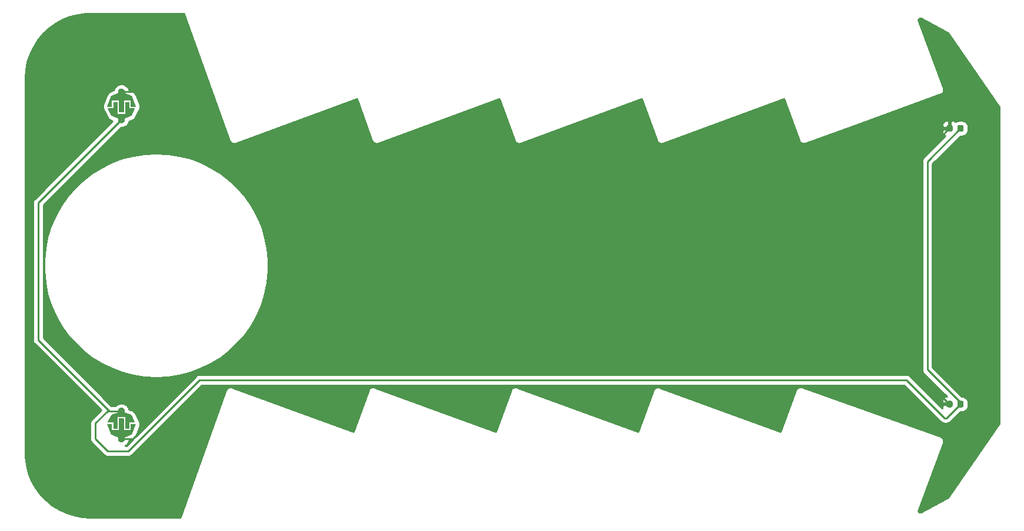
<source format=gbr>
%TF.GenerationSoftware,KiCad,Pcbnew,(5.1.8)-1*%
%TF.CreationDate,2023-04-23T23:39:47+09:00*%
%TF.ProjectId,face,66616365-2e6b-4696-9361-645f70636258,rev?*%
%TF.SameCoordinates,Original*%
%TF.FileFunction,Copper,L2,Bot*%
%TF.FilePolarity,Positive*%
%FSLAX46Y46*%
G04 Gerber Fmt 4.6, Leading zero omitted, Abs format (unit mm)*
G04 Created by KiCad (PCBNEW (5.1.8)-1) date 2023-04-23 23:39:47*
%MOMM*%
%LPD*%
G01*
G04 APERTURE LIST*
%TA.AperFunction,SMDPad,CuDef*%
%ADD10C,0.100000*%
%TD*%
%TA.AperFunction,ViaPad*%
%ADD11C,2.400000*%
%TD*%
%TA.AperFunction,Conductor*%
%ADD12C,0.250000*%
%TD*%
%TA.AperFunction,Conductor*%
%ADD13C,0.254000*%
%TD*%
%TA.AperFunction,Conductor*%
%ADD14C,0.100000*%
%TD*%
G04 APERTURE END LIST*
%TO.P,D1,2*%
%TO.N,VCC*%
%TA.AperFunction,SMDPad,CuDef*%
G36*
G01*
X201350000Y-78506250D02*
X201350000Y-77993750D01*
G75*
G02*
X201568750Y-77775000I218750J0D01*
G01*
X202006250Y-77775000D01*
G75*
G02*
X202225000Y-77993750I0J-218750D01*
G01*
X202225000Y-78506250D01*
G75*
G02*
X202006250Y-78725000I-218750J0D01*
G01*
X201568750Y-78725000D01*
G75*
G02*
X201350000Y-78506250I0J218750D01*
G01*
G37*
%TD.AperFunction*%
%TO.P,D1,1*%
%TO.N,GND*%
%TA.AperFunction,SMDPad,CuDef*%
G36*
G01*
X199775000Y-78506250D02*
X199775000Y-77993750D01*
G75*
G02*
X199993750Y-77775000I218750J0D01*
G01*
X200431250Y-77775000D01*
G75*
G02*
X200650000Y-77993750I0J-218750D01*
G01*
X200650000Y-78506250D01*
G75*
G02*
X200431250Y-78725000I-218750J0D01*
G01*
X199993750Y-78725000D01*
G75*
G02*
X199775000Y-78506250I0J218750D01*
G01*
G37*
%TD.AperFunction*%
%TD*%
%TO.P,D2,1*%
%TO.N,GND*%
%TA.AperFunction,SMDPad,CuDef*%
G36*
G01*
X199775000Y-118256250D02*
X199775000Y-117743750D01*
G75*
G02*
X199993750Y-117525000I218750J0D01*
G01*
X200431250Y-117525000D01*
G75*
G02*
X200650000Y-117743750I0J-218750D01*
G01*
X200650000Y-118256250D01*
G75*
G02*
X200431250Y-118475000I-218750J0D01*
G01*
X199993750Y-118475000D01*
G75*
G02*
X199775000Y-118256250I0J218750D01*
G01*
G37*
%TD.AperFunction*%
%TO.P,D2,2*%
%TO.N,VCC*%
%TA.AperFunction,SMDPad,CuDef*%
G36*
G01*
X201350000Y-118256250D02*
X201350000Y-117743750D01*
G75*
G02*
X201568750Y-117525000I218750J0D01*
G01*
X202006250Y-117525000D01*
G75*
G02*
X202225000Y-117743750I0J-218750D01*
G01*
X202225000Y-118256250D01*
G75*
G02*
X202006250Y-118475000I-218750J0D01*
G01*
X201568750Y-118475000D01*
G75*
G02*
X201350000Y-118256250I0J218750D01*
G01*
G37*
%TD.AperFunction*%
%TD*%
%TA.AperFunction,SMDPad,CuDef*%
D10*
%TO.P,J1,2*%
%TO.N,GND*%
G36*
X78950961Y-75090245D02*
G01*
X78953576Y-75081430D01*
X79553576Y-73581430D01*
X79558091Y-73572730D01*
X79564216Y-73565078D01*
X79571717Y-73558768D01*
X79580304Y-73554043D01*
X80523568Y-73149787D01*
X80514984Y-73121490D01*
X80505412Y-73073365D01*
X80500602Y-73024534D01*
X80500602Y-72975466D01*
X80505412Y-72926635D01*
X80514984Y-72878510D01*
X80529228Y-72831555D01*
X80548005Y-72786222D01*
X80571136Y-72742949D01*
X80598396Y-72702150D01*
X80629524Y-72664221D01*
X80664221Y-72629524D01*
X80702150Y-72598396D01*
X80742949Y-72571136D01*
X80786222Y-72548005D01*
X80831555Y-72529228D01*
X80878510Y-72514984D01*
X80926635Y-72505412D01*
X80975466Y-72500602D01*
X81024534Y-72500602D01*
X81073365Y-72505412D01*
X81121490Y-72514984D01*
X81168445Y-72529228D01*
X81213778Y-72548005D01*
X81257051Y-72571136D01*
X81297850Y-72598396D01*
X81335779Y-72629524D01*
X81370476Y-72664221D01*
X81401604Y-72702150D01*
X81428864Y-72742949D01*
X81451995Y-72786222D01*
X81470772Y-72831555D01*
X81485016Y-72878510D01*
X81494588Y-72926635D01*
X81499398Y-72975466D01*
X81499398Y-73024534D01*
X81494588Y-73073365D01*
X81485016Y-73121490D01*
X81476432Y-73149787D01*
X82419696Y-73554043D01*
X82428283Y-73558768D01*
X82435784Y-73565078D01*
X82441909Y-73572730D01*
X82446424Y-73581430D01*
X83046424Y-75081430D01*
X83049155Y-75090844D01*
X83049996Y-75100610D01*
X83048917Y-75110352D01*
X83045957Y-75119696D01*
X83041232Y-75128283D01*
X83034922Y-75135784D01*
X83027270Y-75141909D01*
X83018570Y-75146424D01*
X83009156Y-75149155D01*
X83000000Y-75150000D01*
X82400000Y-75150000D01*
X82390245Y-75149039D01*
X82380866Y-75146194D01*
X82372221Y-75141573D01*
X82364645Y-75135355D01*
X82358427Y-75127779D01*
X82353806Y-75119134D01*
X82350961Y-75109755D01*
X82350000Y-75100000D01*
X82350000Y-74250000D01*
X81350000Y-74250000D01*
X81350000Y-75900000D01*
X81349039Y-75909755D01*
X81346194Y-75919134D01*
X81341573Y-75927779D01*
X81335355Y-75935355D01*
X81327779Y-75941573D01*
X81319134Y-75946194D01*
X81309755Y-75949039D01*
X81300000Y-75950000D01*
X80700000Y-75950000D01*
X80690245Y-75949039D01*
X80680866Y-75946194D01*
X80672221Y-75941573D01*
X80664645Y-75935355D01*
X80658427Y-75927779D01*
X80653806Y-75919134D01*
X80650961Y-75909755D01*
X80650000Y-75900000D01*
X80650000Y-74250000D01*
X79650000Y-74250000D01*
X79650000Y-75100000D01*
X79649039Y-75109755D01*
X79646194Y-75119134D01*
X79641573Y-75127779D01*
X79635355Y-75135355D01*
X79627779Y-75141573D01*
X79619134Y-75146194D01*
X79609755Y-75149039D01*
X79600000Y-75150000D01*
X79000000Y-75150000D01*
X78990245Y-75149039D01*
X78980866Y-75146194D01*
X78972221Y-75141573D01*
X78964645Y-75135355D01*
X78958427Y-75127779D01*
X78953806Y-75119134D01*
X78950961Y-75109755D01*
X78950000Y-75100000D01*
X78950961Y-75090245D01*
G37*
%TD.AperFunction*%
%TA.AperFunction,SMDPad,CuDef*%
%TO.P,J1,1*%
%TO.N,VCC*%
G36*
X79050393Y-75393746D02*
G01*
X79052566Y-75384189D01*
X79056562Y-75375238D01*
X79062227Y-75367240D01*
X79069344Y-75360500D01*
X79077639Y-75355279D01*
X79086794Y-75351776D01*
X79100000Y-75350000D01*
X79850000Y-75350000D01*
X79850000Y-74500000D01*
X79850961Y-74490245D01*
X79853806Y-74480866D01*
X79858427Y-74472221D01*
X79864645Y-74464645D01*
X79872221Y-74458427D01*
X79880866Y-74453806D01*
X79890245Y-74450961D01*
X79900000Y-74450000D01*
X80400000Y-74450000D01*
X80409755Y-74450961D01*
X80419134Y-74453806D01*
X80427779Y-74458427D01*
X80435355Y-74464645D01*
X80441573Y-74472221D01*
X80446194Y-74480866D01*
X80449039Y-74490245D01*
X80450000Y-74500000D01*
X80450000Y-76150000D01*
X81550000Y-76150000D01*
X81550000Y-74500000D01*
X81550961Y-74490245D01*
X81553806Y-74480866D01*
X81558427Y-74472221D01*
X81564645Y-74464645D01*
X81572221Y-74458427D01*
X81580866Y-74453806D01*
X81590245Y-74450961D01*
X81600000Y-74450000D01*
X82100000Y-74450000D01*
X82109755Y-74450961D01*
X82119134Y-74453806D01*
X82127779Y-74458427D01*
X82135355Y-74464645D01*
X82141573Y-74472221D01*
X82146194Y-74480866D01*
X82149039Y-74490245D01*
X82150000Y-74500000D01*
X82150000Y-75350000D01*
X82900000Y-75350000D01*
X82909755Y-75350961D01*
X82919134Y-75353806D01*
X82927779Y-75358427D01*
X82935355Y-75364645D01*
X82941573Y-75372221D01*
X82946194Y-75380866D01*
X82949039Y-75390245D01*
X82950000Y-75400000D01*
X82949039Y-75409755D01*
X82944721Y-75422361D01*
X82444721Y-76422361D01*
X82439500Y-76430656D01*
X82432760Y-76437773D01*
X82424762Y-76443438D01*
X82419696Y-76445957D01*
X81476432Y-76850213D01*
X81485016Y-76878510D01*
X81494588Y-76926635D01*
X81499398Y-76975466D01*
X81499398Y-77024534D01*
X81494588Y-77073365D01*
X81485016Y-77121490D01*
X81470772Y-77168445D01*
X81451995Y-77213778D01*
X81428864Y-77257051D01*
X81401604Y-77297850D01*
X81370476Y-77335779D01*
X81335779Y-77370476D01*
X81297850Y-77401604D01*
X81257051Y-77428864D01*
X81213778Y-77451995D01*
X81168445Y-77470772D01*
X81121490Y-77485016D01*
X81073365Y-77494588D01*
X81024534Y-77499398D01*
X80975466Y-77499398D01*
X80926635Y-77494588D01*
X80878510Y-77485016D01*
X80831555Y-77470772D01*
X80786222Y-77451995D01*
X80742949Y-77428864D01*
X80702150Y-77401604D01*
X80664221Y-77370476D01*
X80629524Y-77335779D01*
X80598396Y-77297850D01*
X80571136Y-77257051D01*
X80548005Y-77213778D01*
X80529228Y-77168445D01*
X80514984Y-77121490D01*
X80505412Y-77073365D01*
X80500602Y-77024534D01*
X80500602Y-76975466D01*
X80505412Y-76926635D01*
X80514984Y-76878510D01*
X80523568Y-76850213D01*
X79580304Y-76445957D01*
X79571717Y-76441232D01*
X79564216Y-76434922D01*
X79558091Y-76427270D01*
X79555279Y-76422361D01*
X79055279Y-75422361D01*
X79051776Y-75413206D01*
X79050126Y-75403544D01*
X79050393Y-75393746D01*
G37*
%TD.AperFunction*%
%TD*%
%TA.AperFunction,SMDPad,CuDef*%
%TO.P,J2,1*%
%TO.N,VCC*%
G36*
X82949607Y-120606254D02*
G01*
X82947434Y-120615811D01*
X82943438Y-120624762D01*
X82937773Y-120632760D01*
X82930656Y-120639500D01*
X82922361Y-120644721D01*
X82913206Y-120648224D01*
X82900000Y-120650000D01*
X82150000Y-120650000D01*
X82150000Y-121500000D01*
X82149039Y-121509755D01*
X82146194Y-121519134D01*
X82141573Y-121527779D01*
X82135355Y-121535355D01*
X82127779Y-121541573D01*
X82119134Y-121546194D01*
X82109755Y-121549039D01*
X82100000Y-121550000D01*
X81600000Y-121550000D01*
X81590245Y-121549039D01*
X81580866Y-121546194D01*
X81572221Y-121541573D01*
X81564645Y-121535355D01*
X81558427Y-121527779D01*
X81553806Y-121519134D01*
X81550961Y-121509755D01*
X81550000Y-121500000D01*
X81550000Y-119850000D01*
X80450000Y-119850000D01*
X80450000Y-121500000D01*
X80449039Y-121509755D01*
X80446194Y-121519134D01*
X80441573Y-121527779D01*
X80435355Y-121535355D01*
X80427779Y-121541573D01*
X80419134Y-121546194D01*
X80409755Y-121549039D01*
X80400000Y-121550000D01*
X79900000Y-121550000D01*
X79890245Y-121549039D01*
X79880866Y-121546194D01*
X79872221Y-121541573D01*
X79864645Y-121535355D01*
X79858427Y-121527779D01*
X79853806Y-121519134D01*
X79850961Y-121509755D01*
X79850000Y-121500000D01*
X79850000Y-120650000D01*
X79100000Y-120650000D01*
X79090245Y-120649039D01*
X79080866Y-120646194D01*
X79072221Y-120641573D01*
X79064645Y-120635355D01*
X79058427Y-120627779D01*
X79053806Y-120619134D01*
X79050961Y-120609755D01*
X79050000Y-120600000D01*
X79050961Y-120590245D01*
X79055279Y-120577639D01*
X79555279Y-119577639D01*
X79560500Y-119569344D01*
X79567240Y-119562227D01*
X79575238Y-119556562D01*
X79580304Y-119554043D01*
X80523568Y-119149787D01*
X80514984Y-119121490D01*
X80505412Y-119073365D01*
X80500602Y-119024534D01*
X80500602Y-118975466D01*
X80505412Y-118926635D01*
X80514984Y-118878510D01*
X80529228Y-118831555D01*
X80548005Y-118786222D01*
X80571136Y-118742949D01*
X80598396Y-118702150D01*
X80629524Y-118664221D01*
X80664221Y-118629524D01*
X80702150Y-118598396D01*
X80742949Y-118571136D01*
X80786222Y-118548005D01*
X80831555Y-118529228D01*
X80878510Y-118514984D01*
X80926635Y-118505412D01*
X80975466Y-118500602D01*
X81024534Y-118500602D01*
X81073365Y-118505412D01*
X81121490Y-118514984D01*
X81168445Y-118529228D01*
X81213778Y-118548005D01*
X81257051Y-118571136D01*
X81297850Y-118598396D01*
X81335779Y-118629524D01*
X81370476Y-118664221D01*
X81401604Y-118702150D01*
X81428864Y-118742949D01*
X81451995Y-118786222D01*
X81470772Y-118831555D01*
X81485016Y-118878510D01*
X81494588Y-118926635D01*
X81499398Y-118975466D01*
X81499398Y-119024534D01*
X81494588Y-119073365D01*
X81485016Y-119121490D01*
X81476432Y-119149787D01*
X82419696Y-119554043D01*
X82428283Y-119558768D01*
X82435784Y-119565078D01*
X82441909Y-119572730D01*
X82444721Y-119577639D01*
X82944721Y-120577639D01*
X82948224Y-120586794D01*
X82949874Y-120596456D01*
X82949607Y-120606254D01*
G37*
%TD.AperFunction*%
%TA.AperFunction,SMDPad,CuDef*%
%TO.P,J2,2*%
%TO.N,GND*%
G36*
X83049039Y-120909755D02*
G01*
X83046424Y-120918570D01*
X82446424Y-122418570D01*
X82441909Y-122427270D01*
X82435784Y-122434922D01*
X82428283Y-122441232D01*
X82419696Y-122445957D01*
X81476432Y-122850213D01*
X81485016Y-122878510D01*
X81494588Y-122926635D01*
X81499398Y-122975466D01*
X81499398Y-123024534D01*
X81494588Y-123073365D01*
X81485016Y-123121490D01*
X81470772Y-123168445D01*
X81451995Y-123213778D01*
X81428864Y-123257051D01*
X81401604Y-123297850D01*
X81370476Y-123335779D01*
X81335779Y-123370476D01*
X81297850Y-123401604D01*
X81257051Y-123428864D01*
X81213778Y-123451995D01*
X81168445Y-123470772D01*
X81121490Y-123485016D01*
X81073365Y-123494588D01*
X81024534Y-123499398D01*
X80975466Y-123499398D01*
X80926635Y-123494588D01*
X80878510Y-123485016D01*
X80831555Y-123470772D01*
X80786222Y-123451995D01*
X80742949Y-123428864D01*
X80702150Y-123401604D01*
X80664221Y-123370476D01*
X80629524Y-123335779D01*
X80598396Y-123297850D01*
X80571136Y-123257051D01*
X80548005Y-123213778D01*
X80529228Y-123168445D01*
X80514984Y-123121490D01*
X80505412Y-123073365D01*
X80500602Y-123024534D01*
X80500602Y-122975466D01*
X80505412Y-122926635D01*
X80514984Y-122878510D01*
X80523568Y-122850213D01*
X79580304Y-122445957D01*
X79571717Y-122441232D01*
X79564216Y-122434922D01*
X79558091Y-122427270D01*
X79553576Y-122418570D01*
X78953576Y-120918570D01*
X78950845Y-120909156D01*
X78950004Y-120899390D01*
X78951083Y-120889648D01*
X78954043Y-120880304D01*
X78958768Y-120871717D01*
X78965078Y-120864216D01*
X78972730Y-120858091D01*
X78981430Y-120853576D01*
X78990844Y-120850845D01*
X79000000Y-120850000D01*
X79600000Y-120850000D01*
X79609755Y-120850961D01*
X79619134Y-120853806D01*
X79627779Y-120858427D01*
X79635355Y-120864645D01*
X79641573Y-120872221D01*
X79646194Y-120880866D01*
X79649039Y-120890245D01*
X79650000Y-120900000D01*
X79650000Y-121750000D01*
X80650000Y-121750000D01*
X80650000Y-120100000D01*
X80650961Y-120090245D01*
X80653806Y-120080866D01*
X80658427Y-120072221D01*
X80664645Y-120064645D01*
X80672221Y-120058427D01*
X80680866Y-120053806D01*
X80690245Y-120050961D01*
X80700000Y-120050000D01*
X81300000Y-120050000D01*
X81309755Y-120050961D01*
X81319134Y-120053806D01*
X81327779Y-120058427D01*
X81335355Y-120064645D01*
X81341573Y-120072221D01*
X81346194Y-120080866D01*
X81349039Y-120090245D01*
X81350000Y-120100000D01*
X81350000Y-121750000D01*
X82350000Y-121750000D01*
X82350000Y-120900000D01*
X82350961Y-120890245D01*
X82353806Y-120880866D01*
X82358427Y-120872221D01*
X82364645Y-120864645D01*
X82372221Y-120858427D01*
X82380866Y-120853806D01*
X82390245Y-120850961D01*
X82400000Y-120850000D01*
X83000000Y-120850000D01*
X83009755Y-120850961D01*
X83019134Y-120853806D01*
X83027779Y-120858427D01*
X83035355Y-120864645D01*
X83041573Y-120872221D01*
X83046194Y-120880866D01*
X83049039Y-120890245D01*
X83050000Y-120900000D01*
X83049039Y-120909755D01*
G37*
%TD.AperFunction*%
%TD*%
D11*
%TO.N,GND*%
X72500000Y-67000000D03*
X72500000Y-129000000D03*
X202000000Y-75000000D03*
X202000000Y-121000000D03*
%TD*%
D12*
%TO.N,VCC*%
X81000000Y-119000000D02*
X79250000Y-119000000D01*
X79250000Y-119000000D02*
X69000000Y-108750000D01*
X69000000Y-89000000D02*
X81000000Y-77000000D01*
X69000000Y-108750000D02*
X69000000Y-89000000D01*
X201787500Y-118000000D02*
X201787500Y-117787500D01*
X201787500Y-117787500D02*
X197000000Y-113000000D01*
X197000000Y-83037500D02*
X201787500Y-78250000D01*
X197000000Y-113000000D02*
X197000000Y-83037500D01*
X79250000Y-119000000D02*
X79000000Y-119000000D01*
X79000000Y-119000000D02*
X77250000Y-120750000D01*
X77250000Y-120750000D02*
X77250000Y-123000000D01*
X77250000Y-123000000D02*
X79000000Y-124750000D01*
X79000000Y-124750000D02*
X82000000Y-124750000D01*
X82000000Y-124750000D02*
X92250000Y-114500000D01*
X92250000Y-114500000D02*
X194000000Y-114500000D01*
X194000000Y-114500000D02*
X199500000Y-120000000D01*
X199787500Y-120000000D02*
X201787500Y-118000000D01*
X199500000Y-120000000D02*
X199787500Y-120000000D01*
%TO.N,GND*%
X82633260Y-123000000D02*
X91883260Y-113750000D01*
X81000000Y-123000000D02*
X82633260Y-123000000D01*
X195962500Y-113750000D02*
X200212500Y-118000000D01*
X81000000Y-73000000D02*
X86750000Y-73000000D01*
X86750000Y-73000000D02*
X96250000Y-82500000D01*
X195962500Y-82500000D02*
X200212500Y-78250000D01*
X96250000Y-82500000D02*
X195962500Y-82500000D01*
X195962500Y-113537500D02*
X195750000Y-113750000D01*
X195750000Y-113750000D02*
X195962500Y-113750000D01*
X195962500Y-82500000D02*
X195962500Y-113537500D01*
X91883260Y-113750000D02*
X195750000Y-113750000D01*
%TD*%
D13*
%TO.N,GND*%
X89865424Y-61669580D02*
X89928356Y-61688580D01*
X89986405Y-61719445D01*
X90024576Y-61750577D01*
X96568655Y-79994675D01*
X96577458Y-80028617D01*
X96604619Y-80084827D01*
X96631429Y-80141398D01*
X96632930Y-80143419D01*
X96634021Y-80145676D01*
X96671608Y-80195484D01*
X96708958Y-80245760D01*
X96710824Y-80247448D01*
X96712335Y-80249451D01*
X96758970Y-80291017D01*
X96805356Y-80332992D01*
X96807512Y-80334282D01*
X96809388Y-80335954D01*
X96863269Y-80367642D01*
X96916921Y-80399742D01*
X96919288Y-80400587D01*
X96921453Y-80401860D01*
X96980512Y-80422438D01*
X97039365Y-80443444D01*
X97041847Y-80443810D01*
X97044223Y-80444638D01*
X97106130Y-80453294D01*
X97167980Y-80462419D01*
X97170493Y-80462294D01*
X97172978Y-80462641D01*
X97235315Y-80459058D01*
X97297827Y-80455938D01*
X97300266Y-80455325D01*
X97302772Y-80455181D01*
X97363209Y-80439506D01*
X97423915Y-80424249D01*
X97455613Y-80409226D01*
X114906802Y-74000600D01*
X117068801Y-79995237D01*
X117077458Y-80028617D01*
X117104820Y-80085244D01*
X117132022Y-80142384D01*
X117133182Y-80143940D01*
X117134021Y-80145676D01*
X117171926Y-80195905D01*
X117209732Y-80246611D01*
X117211171Y-80247909D01*
X117212335Y-80249451D01*
X117259376Y-80291379D01*
X117306281Y-80333676D01*
X117307944Y-80334667D01*
X117309388Y-80335954D01*
X117363759Y-80367930D01*
X117417962Y-80400232D01*
X117419785Y-80400879D01*
X117421453Y-80401860D01*
X117481040Y-80422623D01*
X117540481Y-80443722D01*
X117542395Y-80444001D01*
X117544223Y-80444638D01*
X117606723Y-80453377D01*
X117669130Y-80462473D01*
X117671063Y-80462373D01*
X117672978Y-80462641D01*
X117735934Y-80459023D01*
X117798965Y-80455767D01*
X117800841Y-80455292D01*
X117802772Y-80455181D01*
X117863803Y-80439352D01*
X117924998Y-80423859D01*
X117956146Y-80409030D01*
X135406802Y-74000600D01*
X137568801Y-79995237D01*
X137577458Y-80028617D01*
X137604820Y-80085244D01*
X137632022Y-80142384D01*
X137633182Y-80143940D01*
X137634021Y-80145676D01*
X137671926Y-80195905D01*
X137709732Y-80246611D01*
X137711171Y-80247909D01*
X137712335Y-80249451D01*
X137759376Y-80291379D01*
X137806281Y-80333676D01*
X137807944Y-80334667D01*
X137809388Y-80335954D01*
X137863759Y-80367930D01*
X137917962Y-80400232D01*
X137919785Y-80400879D01*
X137921453Y-80401860D01*
X137981040Y-80422623D01*
X138040481Y-80443722D01*
X138042395Y-80444001D01*
X138044223Y-80444638D01*
X138106723Y-80453377D01*
X138169130Y-80462473D01*
X138171063Y-80462373D01*
X138172978Y-80462641D01*
X138235934Y-80459023D01*
X138298965Y-80455767D01*
X138300841Y-80455292D01*
X138302772Y-80455181D01*
X138363803Y-80439352D01*
X138424998Y-80423859D01*
X138456146Y-80409030D01*
X155906802Y-74000600D01*
X158068801Y-79995237D01*
X158077458Y-80028617D01*
X158104820Y-80085244D01*
X158132022Y-80142384D01*
X158133182Y-80143940D01*
X158134021Y-80145676D01*
X158171926Y-80195905D01*
X158209732Y-80246611D01*
X158211171Y-80247909D01*
X158212335Y-80249451D01*
X158259376Y-80291379D01*
X158306281Y-80333676D01*
X158307944Y-80334667D01*
X158309388Y-80335954D01*
X158363759Y-80367930D01*
X158417962Y-80400232D01*
X158419785Y-80400879D01*
X158421453Y-80401860D01*
X158481040Y-80422623D01*
X158540481Y-80443722D01*
X158542395Y-80444001D01*
X158544223Y-80444638D01*
X158606723Y-80453377D01*
X158669130Y-80462473D01*
X158671063Y-80462373D01*
X158672978Y-80462641D01*
X158735934Y-80459023D01*
X158798965Y-80455767D01*
X158800841Y-80455292D01*
X158802772Y-80455181D01*
X158863803Y-80439352D01*
X158924998Y-80423859D01*
X158956146Y-80409030D01*
X176406802Y-74000600D01*
X178568490Y-79994376D01*
X178576829Y-80026898D01*
X178604398Y-80084357D01*
X178632022Y-80142384D01*
X178632632Y-80143202D01*
X178633069Y-80144113D01*
X178671334Y-80195110D01*
X178709732Y-80246611D01*
X178710488Y-80247293D01*
X178711096Y-80248103D01*
X178758686Y-80290756D01*
X178806281Y-80333676D01*
X178807153Y-80334196D01*
X178807910Y-80334874D01*
X178863005Y-80367481D01*
X178917962Y-80400232D01*
X178918919Y-80400572D01*
X178919793Y-80401089D01*
X178980137Y-80422302D01*
X179040481Y-80443722D01*
X179041487Y-80443869D01*
X179042444Y-80444205D01*
X179105746Y-80453235D01*
X179169130Y-80462473D01*
X179170145Y-80462421D01*
X179171150Y-80462564D01*
X179234999Y-80459071D01*
X179298965Y-80455767D01*
X179299951Y-80455517D01*
X179300963Y-80455462D01*
X179362979Y-80439560D01*
X179424998Y-80423859D01*
X179455317Y-80409425D01*
X186690711Y-77775000D01*
X199136928Y-77775000D01*
X199140000Y-77964250D01*
X199298750Y-78123000D01*
X200085500Y-78123000D01*
X200085500Y-77298750D01*
X199926750Y-77140000D01*
X199775000Y-77136928D01*
X199650518Y-77149188D01*
X199530820Y-77185498D01*
X199420506Y-77244463D01*
X199323815Y-77323815D01*
X199244463Y-77420506D01*
X199185498Y-77530820D01*
X199149188Y-77650518D01*
X199136928Y-77775000D01*
X186690711Y-77775000D01*
X198896560Y-73330820D01*
X198929306Y-73322288D01*
X198986274Y-73294683D01*
X199044113Y-73266932D01*
X199045151Y-73266153D01*
X199046303Y-73265595D01*
X199096835Y-73227373D01*
X199148103Y-73188905D01*
X199148968Y-73187940D01*
X199149990Y-73187167D01*
X199192187Y-73139718D01*
X199234873Y-73092091D01*
X199235531Y-73090980D01*
X199236386Y-73090018D01*
X199268565Y-73035162D01*
X199301089Y-72980208D01*
X199301518Y-72978989D01*
X199302168Y-72977880D01*
X199323045Y-72917752D01*
X199344205Y-72857557D01*
X199344387Y-72856281D01*
X199344810Y-72855063D01*
X199353576Y-72791860D01*
X199362564Y-72728851D01*
X199362494Y-72727566D01*
X199362671Y-72726288D01*
X199358938Y-72662567D01*
X199355462Y-72599037D01*
X199355143Y-72597791D01*
X199355067Y-72596502D01*
X199338937Y-72534590D01*
X199323170Y-72473102D01*
X199308530Y-72442590D01*
X195689390Y-62621009D01*
X195702555Y-62577405D01*
X195732034Y-62521962D01*
X195771715Y-62473309D01*
X195820098Y-62433282D01*
X195875327Y-62403420D01*
X195935313Y-62384851D01*
X195997749Y-62378289D01*
X196060285Y-62383980D01*
X196131502Y-62404940D01*
X200045657Y-64505219D01*
X207340000Y-75203591D01*
X207340001Y-120796408D01*
X200045657Y-131494781D01*
X196138089Y-133591526D01*
X196071072Y-133613771D01*
X196008772Y-133621599D01*
X195946140Y-133617179D01*
X195885557Y-133600676D01*
X195829336Y-133572721D01*
X195779614Y-133534379D01*
X195738288Y-133487110D01*
X195706928Y-133432712D01*
X195689020Y-133379995D01*
X199309453Y-123554908D01*
X199324979Y-123521867D01*
X199339656Y-123462649D01*
X199355067Y-123403498D01*
X199355299Y-123399532D01*
X199356255Y-123395676D01*
X199359099Y-123334684D01*
X199362671Y-123273712D01*
X199362125Y-123269776D01*
X199362310Y-123265809D01*
X199353204Y-123205453D01*
X199344810Y-123144937D01*
X199343506Y-123141182D01*
X199342914Y-123137256D01*
X199322191Y-123079790D01*
X199302168Y-123022120D01*
X199300160Y-123018697D01*
X199298811Y-123014956D01*
X199267253Y-122962601D01*
X199236386Y-122909982D01*
X199233749Y-122907016D01*
X199231696Y-122903611D01*
X199190509Y-122858395D01*
X199149990Y-122812833D01*
X199146828Y-122810442D01*
X199144148Y-122807499D01*
X199094916Y-122771176D01*
X199046303Y-122734405D01*
X199042735Y-122732676D01*
X199039532Y-122730313D01*
X198984145Y-122704285D01*
X198929306Y-122677712D01*
X198893983Y-122668509D01*
X178952911Y-115589429D01*
X178924998Y-115576141D01*
X178891812Y-115567739D01*
X178890248Y-115567184D01*
X178860358Y-115559776D01*
X178798965Y-115544233D01*
X178797297Y-115544147D01*
X178795676Y-115543745D01*
X178732370Y-115540793D01*
X178669130Y-115537527D01*
X178667478Y-115537768D01*
X178665810Y-115537690D01*
X178603210Y-115547135D01*
X178540481Y-115556278D01*
X178538905Y-115556837D01*
X178537257Y-115557086D01*
X178477694Y-115578565D01*
X178417962Y-115599768D01*
X178416528Y-115600622D01*
X178414957Y-115601189D01*
X178360721Y-115633880D01*
X178306281Y-115666324D01*
X178305039Y-115667444D01*
X178303612Y-115668304D01*
X178256839Y-115710909D01*
X178209732Y-115753389D01*
X178208733Y-115754729D01*
X178207500Y-115755852D01*
X178169987Y-115806696D01*
X178132022Y-115857616D01*
X178131301Y-115859130D01*
X178130314Y-115860468D01*
X178103489Y-115917553D01*
X178090142Y-115945589D01*
X178089574Y-115947164D01*
X178075021Y-115978133D01*
X178067587Y-116008129D01*
X175906802Y-121999400D01*
X158456146Y-115590970D01*
X158424998Y-115576141D01*
X158363803Y-115560648D01*
X158302772Y-115544819D01*
X158300841Y-115544708D01*
X158298965Y-115544233D01*
X158235934Y-115540977D01*
X158172978Y-115537359D01*
X158171063Y-115537627D01*
X158169130Y-115537527D01*
X158106723Y-115546623D01*
X158044223Y-115555362D01*
X158042395Y-115555999D01*
X158040481Y-115556278D01*
X157981040Y-115577377D01*
X157921453Y-115598140D01*
X157919785Y-115599121D01*
X157917962Y-115599768D01*
X157863759Y-115632070D01*
X157809388Y-115664046D01*
X157807944Y-115665333D01*
X157806281Y-115666324D01*
X157759376Y-115708621D01*
X157712335Y-115750549D01*
X157711171Y-115752091D01*
X157709732Y-115753389D01*
X157671926Y-115804095D01*
X157634021Y-115854324D01*
X157633182Y-115856060D01*
X157632022Y-115857616D01*
X157604820Y-115914756D01*
X157577458Y-115971383D01*
X157568801Y-116004763D01*
X155406802Y-121999400D01*
X137956146Y-115590970D01*
X137924998Y-115576141D01*
X137863803Y-115560648D01*
X137802772Y-115544819D01*
X137800841Y-115544708D01*
X137798965Y-115544233D01*
X137735934Y-115540977D01*
X137672978Y-115537359D01*
X137671063Y-115537627D01*
X137669130Y-115537527D01*
X137606723Y-115546623D01*
X137544223Y-115555362D01*
X137542395Y-115555999D01*
X137540481Y-115556278D01*
X137481040Y-115577377D01*
X137421453Y-115598140D01*
X137419785Y-115599121D01*
X137417962Y-115599768D01*
X137363759Y-115632070D01*
X137309388Y-115664046D01*
X137307944Y-115665333D01*
X137306281Y-115666324D01*
X137259376Y-115708621D01*
X137212335Y-115750549D01*
X137211171Y-115752091D01*
X137209732Y-115753389D01*
X137171926Y-115804095D01*
X137134021Y-115854324D01*
X137133182Y-115856060D01*
X137132022Y-115857616D01*
X137104820Y-115914756D01*
X137077458Y-115971383D01*
X137068801Y-116004763D01*
X134906802Y-121999400D01*
X117456146Y-115590970D01*
X117424998Y-115576141D01*
X117363803Y-115560648D01*
X117302772Y-115544819D01*
X117300841Y-115544708D01*
X117298965Y-115544233D01*
X117235934Y-115540977D01*
X117172978Y-115537359D01*
X117171063Y-115537627D01*
X117169130Y-115537527D01*
X117106723Y-115546623D01*
X117044223Y-115555362D01*
X117042395Y-115555999D01*
X117040481Y-115556278D01*
X116981040Y-115577377D01*
X116921453Y-115598140D01*
X116919785Y-115599121D01*
X116917962Y-115599768D01*
X116863759Y-115632070D01*
X116809388Y-115664046D01*
X116807944Y-115665333D01*
X116806281Y-115666324D01*
X116759376Y-115708621D01*
X116712335Y-115750549D01*
X116711171Y-115752091D01*
X116709732Y-115753389D01*
X116671926Y-115804095D01*
X116634021Y-115854324D01*
X116633182Y-115856060D01*
X116632022Y-115857616D01*
X116604820Y-115914756D01*
X116577458Y-115971383D01*
X116568801Y-116004763D01*
X114406802Y-121999400D01*
X96955613Y-115590774D01*
X96923915Y-115575751D01*
X96863209Y-115560494D01*
X96802772Y-115544819D01*
X96800266Y-115544675D01*
X96797827Y-115544062D01*
X96735315Y-115540942D01*
X96672978Y-115537359D01*
X96670493Y-115537706D01*
X96667980Y-115537581D01*
X96606130Y-115546706D01*
X96544223Y-115555362D01*
X96541847Y-115556190D01*
X96539365Y-115556556D01*
X96480512Y-115577562D01*
X96421453Y-115598140D01*
X96419288Y-115599413D01*
X96416921Y-115600258D01*
X96363269Y-115632358D01*
X96309388Y-115664046D01*
X96307512Y-115665718D01*
X96305356Y-115667008D01*
X96258997Y-115708959D01*
X96212335Y-115750549D01*
X96210824Y-115752552D01*
X96208958Y-115754240D01*
X96171608Y-115804516D01*
X96134021Y-115854324D01*
X96132930Y-115856581D01*
X96131429Y-115858602D01*
X96104619Y-115915173D01*
X96077458Y-115971383D01*
X96068655Y-116005325D01*
X89523826Y-134251516D01*
X89472124Y-134289536D01*
X89412601Y-134317457D01*
X89340712Y-134335288D01*
X89276001Y-134340000D01*
X76520747Y-134340000D01*
X75329552Y-134265056D01*
X74177556Y-134045302D01*
X73062199Y-133682900D01*
X72001048Y-133183560D01*
X71010856Y-132555165D01*
X70107220Y-131807612D01*
X69304412Y-130952708D01*
X68615078Y-130003922D01*
X68050097Y-128976227D01*
X67618373Y-127885813D01*
X67326719Y-126749897D01*
X67178429Y-125576058D01*
X67160000Y-124989642D01*
X67160000Y-89000000D01*
X68236324Y-89000000D01*
X68240001Y-89037333D01*
X68240000Y-108712678D01*
X68236324Y-108750000D01*
X68240000Y-108787322D01*
X68240000Y-108787332D01*
X68250997Y-108898985D01*
X68294454Y-109042246D01*
X68365026Y-109174276D01*
X68404871Y-109222826D01*
X68459999Y-109290001D01*
X68489003Y-109313804D01*
X78050198Y-118875000D01*
X76739003Y-120186196D01*
X76709999Y-120209999D01*
X76654871Y-120277174D01*
X76615026Y-120325724D01*
X76551192Y-120445148D01*
X76544454Y-120457754D01*
X76500997Y-120601015D01*
X76490000Y-120712668D01*
X76490000Y-120712678D01*
X76486324Y-120750000D01*
X76490000Y-120787323D01*
X76490001Y-122962668D01*
X76486324Y-123000000D01*
X76490001Y-123037333D01*
X76500998Y-123148986D01*
X76510340Y-123179783D01*
X76544454Y-123292246D01*
X76615026Y-123424276D01*
X76675353Y-123497784D01*
X76710000Y-123540001D01*
X76738998Y-123563799D01*
X78436201Y-125261003D01*
X78459999Y-125290001D01*
X78575724Y-125384974D01*
X78707753Y-125455546D01*
X78851014Y-125499003D01*
X78962667Y-125510000D01*
X78962675Y-125510000D01*
X79000000Y-125513676D01*
X79037325Y-125510000D01*
X81962678Y-125510000D01*
X82000000Y-125513676D01*
X82037322Y-125510000D01*
X82037333Y-125510000D01*
X82148986Y-125499003D01*
X82292247Y-125455546D01*
X82424276Y-125384974D01*
X82540001Y-125290001D01*
X82563804Y-125260997D01*
X92564802Y-115260000D01*
X193685199Y-115260000D01*
X198936201Y-120511003D01*
X198959999Y-120540001D01*
X198988997Y-120563799D01*
X199075724Y-120634974D01*
X199207753Y-120705546D01*
X199351014Y-120749003D01*
X199500000Y-120763677D01*
X199537333Y-120760000D01*
X199750178Y-120760000D01*
X199787500Y-120763676D01*
X199824822Y-120760000D01*
X199824833Y-120760000D01*
X199936486Y-120749003D01*
X200079747Y-120705546D01*
X200211776Y-120634974D01*
X200327501Y-120540001D01*
X200351304Y-120510997D01*
X201749230Y-119113072D01*
X202006250Y-119113072D01*
X202173408Y-119096608D01*
X202334142Y-119047850D01*
X202482275Y-118968671D01*
X202612115Y-118862115D01*
X202718671Y-118732275D01*
X202797850Y-118584142D01*
X202846608Y-118423408D01*
X202863072Y-118256250D01*
X202863072Y-117743750D01*
X202846608Y-117576592D01*
X202797850Y-117415858D01*
X202718671Y-117267725D01*
X202612115Y-117137885D01*
X202482275Y-117031329D01*
X202334142Y-116952150D01*
X202173408Y-116903392D01*
X202006250Y-116886928D01*
X201961731Y-116886928D01*
X197760000Y-112685199D01*
X197760000Y-83352301D01*
X201749231Y-79363072D01*
X202006250Y-79363072D01*
X202173408Y-79346608D01*
X202334142Y-79297850D01*
X202482275Y-79218671D01*
X202612115Y-79112115D01*
X202718671Y-78982275D01*
X202797850Y-78834142D01*
X202846608Y-78673408D01*
X202863072Y-78506250D01*
X202863072Y-77993750D01*
X202846608Y-77826592D01*
X202797850Y-77665858D01*
X202718671Y-77517725D01*
X202612115Y-77387885D01*
X202482275Y-77281329D01*
X202334142Y-77202150D01*
X202173408Y-77153392D01*
X202006250Y-77136928D01*
X201568750Y-77136928D01*
X201401592Y-77153392D01*
X201240858Y-77202150D01*
X201092725Y-77281329D01*
X201071070Y-77299100D01*
X201004494Y-77244463D01*
X200894180Y-77185498D01*
X200774482Y-77149188D01*
X200650000Y-77136928D01*
X200498250Y-77140000D01*
X200339500Y-77298750D01*
X200339500Y-78123000D01*
X200359500Y-78123000D01*
X200359500Y-78377000D01*
X200339500Y-78377000D01*
X200339500Y-78397000D01*
X200085500Y-78397000D01*
X200085500Y-78377000D01*
X199298750Y-78377000D01*
X199140000Y-78535750D01*
X199136928Y-78725000D01*
X199149188Y-78849482D01*
X199185498Y-78969180D01*
X199244463Y-79079494D01*
X199323815Y-79176185D01*
X199420506Y-79255537D01*
X199530820Y-79314502D01*
X199620877Y-79341821D01*
X196488998Y-82473701D01*
X196460000Y-82497499D01*
X196436202Y-82526497D01*
X196436201Y-82526498D01*
X196365026Y-82613224D01*
X196294454Y-82745254D01*
X196250998Y-82888515D01*
X196236324Y-83037500D01*
X196240001Y-83074833D01*
X196240000Y-112962678D01*
X196236324Y-113000000D01*
X196240000Y-113037322D01*
X196240000Y-113037332D01*
X196250997Y-113148985D01*
X196294454Y-113292246D01*
X196365026Y-113424276D01*
X196404871Y-113472826D01*
X196459999Y-113540001D01*
X196489003Y-113563804D01*
X199812893Y-116887695D01*
X199775000Y-116886928D01*
X199650518Y-116899188D01*
X199530820Y-116935498D01*
X199420506Y-116994463D01*
X199323815Y-117073815D01*
X199244463Y-117170506D01*
X199185498Y-117280820D01*
X199149188Y-117400518D01*
X199136928Y-117525000D01*
X199140000Y-117714250D01*
X199298750Y-117873000D01*
X200085500Y-117873000D01*
X200085500Y-117853000D01*
X200339500Y-117853000D01*
X200339500Y-117873000D01*
X200359500Y-117873000D01*
X200359500Y-118127000D01*
X200339500Y-118127000D01*
X200339500Y-118147000D01*
X200085500Y-118147000D01*
X200085500Y-118127000D01*
X199298750Y-118127000D01*
X199140000Y-118285750D01*
X199136928Y-118475000D01*
X199146446Y-118571645D01*
X194563804Y-113989003D01*
X194540001Y-113959999D01*
X194424276Y-113865026D01*
X194292247Y-113794454D01*
X194148986Y-113750997D01*
X194037333Y-113740000D01*
X194037322Y-113740000D01*
X194000000Y-113736324D01*
X193962678Y-113740000D01*
X92287322Y-113740000D01*
X92249999Y-113736324D01*
X92212677Y-113740000D01*
X92212667Y-113740000D01*
X92101014Y-113750997D01*
X91957753Y-113794454D01*
X91825723Y-113865026D01*
X91742083Y-113933668D01*
X91709999Y-113959999D01*
X91686201Y-113988997D01*
X83051662Y-122623537D01*
X83638859Y-121155544D01*
X83658147Y-121100040D01*
X83660762Y-121091225D01*
X83684037Y-120972311D01*
X83684998Y-120962556D01*
X83684998Y-120837444D01*
X83684037Y-120827689D01*
X83659637Y-120705028D01*
X83656792Y-120695649D01*
X83608919Y-120580073D01*
X83604298Y-120571428D01*
X83582363Y-120538601D01*
X83578841Y-120489046D01*
X83577191Y-120479384D01*
X83544161Y-120358769D01*
X83540658Y-120349614D01*
X83515430Y-120292285D01*
X83015430Y-119292285D01*
X82998389Y-119260484D01*
X82995577Y-119255575D01*
X82940052Y-119173995D01*
X82933927Y-119166343D01*
X82846536Y-119076797D01*
X82839035Y-119070487D01*
X82735889Y-118999738D01*
X82727302Y-118995013D01*
X82671045Y-118967562D01*
X82102290Y-118723809D01*
X82067973Y-118610681D01*
X82030464Y-118520125D01*
X81971498Y-118409808D01*
X81917042Y-118328309D01*
X81837690Y-118231618D01*
X81768382Y-118162310D01*
X81671691Y-118082958D01*
X81590192Y-118028502D01*
X81479875Y-117969536D01*
X81389319Y-117932027D01*
X81269623Y-117895718D01*
X81173490Y-117876596D01*
X81049009Y-117864336D01*
X80950991Y-117864336D01*
X80826510Y-117876596D01*
X80730377Y-117895718D01*
X80610681Y-117932027D01*
X80520125Y-117969536D01*
X80409808Y-118028502D01*
X80328309Y-118082958D01*
X80231618Y-118162310D01*
X80162310Y-118231618D01*
X80155431Y-118240000D01*
X79564802Y-118240000D01*
X69760000Y-108435199D01*
X69760000Y-97180496D01*
X69840767Y-97180496D01*
X69840767Y-98819504D01*
X70006583Y-100450101D01*
X70336512Y-102055558D01*
X70827171Y-103619399D01*
X71473523Y-105125577D01*
X72268936Y-106558638D01*
X73205249Y-107903875D01*
X74272853Y-109147485D01*
X75460793Y-110276706D01*
X76756880Y-111279952D01*
X78147814Y-112146928D01*
X79619322Y-112868737D01*
X81156305Y-113437973D01*
X82742990Y-113848794D01*
X84363097Y-114096986D01*
X86000000Y-114180000D01*
X87636903Y-114096986D01*
X89257010Y-113848794D01*
X90843695Y-113437973D01*
X92380678Y-112868737D01*
X93852186Y-112146928D01*
X95243120Y-111279952D01*
X96539207Y-110276706D01*
X97727147Y-109147485D01*
X98794751Y-107903875D01*
X99731064Y-106558638D01*
X100526477Y-105125577D01*
X101172829Y-103619399D01*
X101663488Y-102055558D01*
X101993417Y-100450101D01*
X102159233Y-98819504D01*
X102159233Y-97180496D01*
X101993417Y-95549899D01*
X101663488Y-93944442D01*
X101172829Y-92380601D01*
X100526477Y-90874423D01*
X99731064Y-89441362D01*
X98794751Y-88096125D01*
X97727147Y-86852515D01*
X96539207Y-85723294D01*
X95243120Y-84720048D01*
X93852186Y-83853072D01*
X92380678Y-83131263D01*
X90843695Y-82562027D01*
X89257010Y-82151206D01*
X87636903Y-81903014D01*
X86000000Y-81820000D01*
X84363097Y-81903014D01*
X82742990Y-82151206D01*
X81156305Y-82562027D01*
X79619322Y-83131263D01*
X78147814Y-83853072D01*
X76756880Y-84720048D01*
X75460793Y-85723294D01*
X74272853Y-86852515D01*
X73205249Y-88096125D01*
X72268936Y-89441362D01*
X71473523Y-90874423D01*
X70827171Y-92380601D01*
X70336512Y-93944442D01*
X70006583Y-95549899D01*
X69840767Y-97180496D01*
X69760000Y-97180496D01*
X69760000Y-89314801D01*
X80940201Y-78134601D01*
X80950991Y-78135664D01*
X81049009Y-78135664D01*
X81173490Y-78123404D01*
X81269623Y-78104282D01*
X81389319Y-78067973D01*
X81479875Y-78030464D01*
X81590192Y-77971498D01*
X81671691Y-77917042D01*
X81768382Y-77837690D01*
X81837690Y-77768382D01*
X81917042Y-77671691D01*
X81971498Y-77590192D01*
X82030464Y-77479875D01*
X82067973Y-77389319D01*
X82102290Y-77276191D01*
X82671045Y-77032438D01*
X82703787Y-77017296D01*
X82708853Y-77014777D01*
X82793568Y-76964128D01*
X82801566Y-76958463D01*
X82896049Y-76876521D01*
X82902789Y-76869404D01*
X82979510Y-76770546D01*
X82984731Y-76762251D01*
X83015430Y-76707715D01*
X83515430Y-75707715D01*
X83548362Y-75629129D01*
X83552680Y-75616523D01*
X83584037Y-75472311D01*
X83584998Y-75462556D01*
X83584998Y-75458143D01*
X83600262Y-75435889D01*
X83604987Y-75427302D01*
X83654238Y-75312388D01*
X83657198Y-75303044D01*
X83683111Y-75180594D01*
X83684190Y-75170852D01*
X83685715Y-75045865D01*
X83684874Y-75036099D01*
X83661962Y-74913069D01*
X83659231Y-74903655D01*
X83638859Y-74844456D01*
X83038859Y-73344456D01*
X83012772Y-73287515D01*
X83008257Y-73278815D01*
X82940052Y-73173995D01*
X82933927Y-73166343D01*
X82846536Y-73076797D01*
X82839035Y-73070487D01*
X82735889Y-72999738D01*
X82727302Y-72995013D01*
X82671045Y-72967562D01*
X82102290Y-72723809D01*
X82067973Y-72610681D01*
X82030464Y-72520125D01*
X81971498Y-72409808D01*
X81917042Y-72328309D01*
X81837690Y-72231618D01*
X81768382Y-72162310D01*
X81671691Y-72082958D01*
X81590192Y-72028502D01*
X81479875Y-71969536D01*
X81389319Y-71932027D01*
X81269623Y-71895718D01*
X81173490Y-71876596D01*
X81049009Y-71864336D01*
X80950991Y-71864336D01*
X80826510Y-71876596D01*
X80730377Y-71895718D01*
X80610681Y-71932027D01*
X80520125Y-71969536D01*
X80409808Y-72028502D01*
X80328309Y-72082958D01*
X80231618Y-72162310D01*
X80162310Y-72231618D01*
X80082958Y-72328309D01*
X80028502Y-72409808D01*
X79969536Y-72520125D01*
X79932027Y-72610681D01*
X79897710Y-72723809D01*
X79328955Y-72967562D01*
X79272698Y-72995013D01*
X79264111Y-72999738D01*
X79160965Y-73070487D01*
X79153464Y-73076797D01*
X79066073Y-73166343D01*
X79059948Y-73173995D01*
X78991743Y-73278815D01*
X78987228Y-73287515D01*
X78961141Y-73344456D01*
X78361141Y-74844456D01*
X78341853Y-74899960D01*
X78339238Y-74908775D01*
X78315963Y-75027689D01*
X78315002Y-75037444D01*
X78315002Y-75162556D01*
X78315963Y-75172311D01*
X78340363Y-75294972D01*
X78343208Y-75304351D01*
X78391081Y-75419927D01*
X78395702Y-75428572D01*
X78417637Y-75461399D01*
X78421159Y-75510954D01*
X78422809Y-75520616D01*
X78455839Y-75641231D01*
X78459342Y-75650386D01*
X78484570Y-75707715D01*
X78984570Y-76707715D01*
X79001611Y-76739516D01*
X79004423Y-76744425D01*
X79059948Y-76826005D01*
X79066073Y-76833657D01*
X79153464Y-76923203D01*
X79160965Y-76929513D01*
X79264111Y-77000262D01*
X79272698Y-77004987D01*
X79328955Y-77032438D01*
X79723618Y-77201580D01*
X68488998Y-88436201D01*
X68460000Y-88459999D01*
X68436202Y-88488997D01*
X68436201Y-88488998D01*
X68365026Y-88575724D01*
X68294454Y-88707754D01*
X68250998Y-88851015D01*
X68236324Y-89000000D01*
X67160000Y-89000000D01*
X67160000Y-71020747D01*
X67234944Y-69829551D01*
X67454698Y-68677556D01*
X67817100Y-67562199D01*
X68316441Y-66501045D01*
X68944836Y-65510854D01*
X69692383Y-64607224D01*
X70547292Y-63804412D01*
X71496079Y-63115078D01*
X72523774Y-62550097D01*
X73614186Y-62118373D01*
X74750103Y-61826719D01*
X75923941Y-61678429D01*
X76510358Y-61660000D01*
X89767721Y-61660000D01*
X89865424Y-61669580D01*
%TA.AperFunction,Conductor*%
D14*
G36*
X89865424Y-61669580D02*
G01*
X89928356Y-61688580D01*
X89986405Y-61719445D01*
X90024576Y-61750577D01*
X96568655Y-79994675D01*
X96577458Y-80028617D01*
X96604619Y-80084827D01*
X96631429Y-80141398D01*
X96632930Y-80143419D01*
X96634021Y-80145676D01*
X96671608Y-80195484D01*
X96708958Y-80245760D01*
X96710824Y-80247448D01*
X96712335Y-80249451D01*
X96758970Y-80291017D01*
X96805356Y-80332992D01*
X96807512Y-80334282D01*
X96809388Y-80335954D01*
X96863269Y-80367642D01*
X96916921Y-80399742D01*
X96919288Y-80400587D01*
X96921453Y-80401860D01*
X96980512Y-80422438D01*
X97039365Y-80443444D01*
X97041847Y-80443810D01*
X97044223Y-80444638D01*
X97106130Y-80453294D01*
X97167980Y-80462419D01*
X97170493Y-80462294D01*
X97172978Y-80462641D01*
X97235315Y-80459058D01*
X97297827Y-80455938D01*
X97300266Y-80455325D01*
X97302772Y-80455181D01*
X97363209Y-80439506D01*
X97423915Y-80424249D01*
X97455613Y-80409226D01*
X114906802Y-74000600D01*
X117068801Y-79995237D01*
X117077458Y-80028617D01*
X117104820Y-80085244D01*
X117132022Y-80142384D01*
X117133182Y-80143940D01*
X117134021Y-80145676D01*
X117171926Y-80195905D01*
X117209732Y-80246611D01*
X117211171Y-80247909D01*
X117212335Y-80249451D01*
X117259376Y-80291379D01*
X117306281Y-80333676D01*
X117307944Y-80334667D01*
X117309388Y-80335954D01*
X117363759Y-80367930D01*
X117417962Y-80400232D01*
X117419785Y-80400879D01*
X117421453Y-80401860D01*
X117481040Y-80422623D01*
X117540481Y-80443722D01*
X117542395Y-80444001D01*
X117544223Y-80444638D01*
X117606723Y-80453377D01*
X117669130Y-80462473D01*
X117671063Y-80462373D01*
X117672978Y-80462641D01*
X117735934Y-80459023D01*
X117798965Y-80455767D01*
X117800841Y-80455292D01*
X117802772Y-80455181D01*
X117863803Y-80439352D01*
X117924998Y-80423859D01*
X117956146Y-80409030D01*
X135406802Y-74000600D01*
X137568801Y-79995237D01*
X137577458Y-80028617D01*
X137604820Y-80085244D01*
X137632022Y-80142384D01*
X137633182Y-80143940D01*
X137634021Y-80145676D01*
X137671926Y-80195905D01*
X137709732Y-80246611D01*
X137711171Y-80247909D01*
X137712335Y-80249451D01*
X137759376Y-80291379D01*
X137806281Y-80333676D01*
X137807944Y-80334667D01*
X137809388Y-80335954D01*
X137863759Y-80367930D01*
X137917962Y-80400232D01*
X137919785Y-80400879D01*
X137921453Y-80401860D01*
X137981040Y-80422623D01*
X138040481Y-80443722D01*
X138042395Y-80444001D01*
X138044223Y-80444638D01*
X138106723Y-80453377D01*
X138169130Y-80462473D01*
X138171063Y-80462373D01*
X138172978Y-80462641D01*
X138235934Y-80459023D01*
X138298965Y-80455767D01*
X138300841Y-80455292D01*
X138302772Y-80455181D01*
X138363803Y-80439352D01*
X138424998Y-80423859D01*
X138456146Y-80409030D01*
X155906802Y-74000600D01*
X158068801Y-79995237D01*
X158077458Y-80028617D01*
X158104820Y-80085244D01*
X158132022Y-80142384D01*
X158133182Y-80143940D01*
X158134021Y-80145676D01*
X158171926Y-80195905D01*
X158209732Y-80246611D01*
X158211171Y-80247909D01*
X158212335Y-80249451D01*
X158259376Y-80291379D01*
X158306281Y-80333676D01*
X158307944Y-80334667D01*
X158309388Y-80335954D01*
X158363759Y-80367930D01*
X158417962Y-80400232D01*
X158419785Y-80400879D01*
X158421453Y-80401860D01*
X158481040Y-80422623D01*
X158540481Y-80443722D01*
X158542395Y-80444001D01*
X158544223Y-80444638D01*
X158606723Y-80453377D01*
X158669130Y-80462473D01*
X158671063Y-80462373D01*
X158672978Y-80462641D01*
X158735934Y-80459023D01*
X158798965Y-80455767D01*
X158800841Y-80455292D01*
X158802772Y-80455181D01*
X158863803Y-80439352D01*
X158924998Y-80423859D01*
X158956146Y-80409030D01*
X176406802Y-74000600D01*
X178568490Y-79994376D01*
X178576829Y-80026898D01*
X178604398Y-80084357D01*
X178632022Y-80142384D01*
X178632632Y-80143202D01*
X178633069Y-80144113D01*
X178671334Y-80195110D01*
X178709732Y-80246611D01*
X178710488Y-80247293D01*
X178711096Y-80248103D01*
X178758686Y-80290756D01*
X178806281Y-80333676D01*
X178807153Y-80334196D01*
X178807910Y-80334874D01*
X178863005Y-80367481D01*
X178917962Y-80400232D01*
X178918919Y-80400572D01*
X178919793Y-80401089D01*
X178980137Y-80422302D01*
X179040481Y-80443722D01*
X179041487Y-80443869D01*
X179042444Y-80444205D01*
X179105746Y-80453235D01*
X179169130Y-80462473D01*
X179170145Y-80462421D01*
X179171150Y-80462564D01*
X179234999Y-80459071D01*
X179298965Y-80455767D01*
X179299951Y-80455517D01*
X179300963Y-80455462D01*
X179362979Y-80439560D01*
X179424998Y-80423859D01*
X179455317Y-80409425D01*
X186690711Y-77775000D01*
X199136928Y-77775000D01*
X199140000Y-77964250D01*
X199298750Y-78123000D01*
X200085500Y-78123000D01*
X200085500Y-77298750D01*
X199926750Y-77140000D01*
X199775000Y-77136928D01*
X199650518Y-77149188D01*
X199530820Y-77185498D01*
X199420506Y-77244463D01*
X199323815Y-77323815D01*
X199244463Y-77420506D01*
X199185498Y-77530820D01*
X199149188Y-77650518D01*
X199136928Y-77775000D01*
X186690711Y-77775000D01*
X198896560Y-73330820D01*
X198929306Y-73322288D01*
X198986274Y-73294683D01*
X199044113Y-73266932D01*
X199045151Y-73266153D01*
X199046303Y-73265595D01*
X199096835Y-73227373D01*
X199148103Y-73188905D01*
X199148968Y-73187940D01*
X199149990Y-73187167D01*
X199192187Y-73139718D01*
X199234873Y-73092091D01*
X199235531Y-73090980D01*
X199236386Y-73090018D01*
X199268565Y-73035162D01*
X199301089Y-72980208D01*
X199301518Y-72978989D01*
X199302168Y-72977880D01*
X199323045Y-72917752D01*
X199344205Y-72857557D01*
X199344387Y-72856281D01*
X199344810Y-72855063D01*
X199353576Y-72791860D01*
X199362564Y-72728851D01*
X199362494Y-72727566D01*
X199362671Y-72726288D01*
X199358938Y-72662567D01*
X199355462Y-72599037D01*
X199355143Y-72597791D01*
X199355067Y-72596502D01*
X199338937Y-72534590D01*
X199323170Y-72473102D01*
X199308530Y-72442590D01*
X195689390Y-62621009D01*
X195702555Y-62577405D01*
X195732034Y-62521962D01*
X195771715Y-62473309D01*
X195820098Y-62433282D01*
X195875327Y-62403420D01*
X195935313Y-62384851D01*
X195997749Y-62378289D01*
X196060285Y-62383980D01*
X196131502Y-62404940D01*
X200045657Y-64505219D01*
X207340000Y-75203591D01*
X207340001Y-120796408D01*
X200045657Y-131494781D01*
X196138089Y-133591526D01*
X196071072Y-133613771D01*
X196008772Y-133621599D01*
X195946140Y-133617179D01*
X195885557Y-133600676D01*
X195829336Y-133572721D01*
X195779614Y-133534379D01*
X195738288Y-133487110D01*
X195706928Y-133432712D01*
X195689020Y-133379995D01*
X199309453Y-123554908D01*
X199324979Y-123521867D01*
X199339656Y-123462649D01*
X199355067Y-123403498D01*
X199355299Y-123399532D01*
X199356255Y-123395676D01*
X199359099Y-123334684D01*
X199362671Y-123273712D01*
X199362125Y-123269776D01*
X199362310Y-123265809D01*
X199353204Y-123205453D01*
X199344810Y-123144937D01*
X199343506Y-123141182D01*
X199342914Y-123137256D01*
X199322191Y-123079790D01*
X199302168Y-123022120D01*
X199300160Y-123018697D01*
X199298811Y-123014956D01*
X199267253Y-122962601D01*
X199236386Y-122909982D01*
X199233749Y-122907016D01*
X199231696Y-122903611D01*
X199190509Y-122858395D01*
X199149990Y-122812833D01*
X199146828Y-122810442D01*
X199144148Y-122807499D01*
X199094916Y-122771176D01*
X199046303Y-122734405D01*
X199042735Y-122732676D01*
X199039532Y-122730313D01*
X198984145Y-122704285D01*
X198929306Y-122677712D01*
X198893983Y-122668509D01*
X178952911Y-115589429D01*
X178924998Y-115576141D01*
X178891812Y-115567739D01*
X178890248Y-115567184D01*
X178860358Y-115559776D01*
X178798965Y-115544233D01*
X178797297Y-115544147D01*
X178795676Y-115543745D01*
X178732370Y-115540793D01*
X178669130Y-115537527D01*
X178667478Y-115537768D01*
X178665810Y-115537690D01*
X178603210Y-115547135D01*
X178540481Y-115556278D01*
X178538905Y-115556837D01*
X178537257Y-115557086D01*
X178477694Y-115578565D01*
X178417962Y-115599768D01*
X178416528Y-115600622D01*
X178414957Y-115601189D01*
X178360721Y-115633880D01*
X178306281Y-115666324D01*
X178305039Y-115667444D01*
X178303612Y-115668304D01*
X178256839Y-115710909D01*
X178209732Y-115753389D01*
X178208733Y-115754729D01*
X178207500Y-115755852D01*
X178169987Y-115806696D01*
X178132022Y-115857616D01*
X178131301Y-115859130D01*
X178130314Y-115860468D01*
X178103489Y-115917553D01*
X178090142Y-115945589D01*
X178089574Y-115947164D01*
X178075021Y-115978133D01*
X178067587Y-116008129D01*
X175906802Y-121999400D01*
X158456146Y-115590970D01*
X158424998Y-115576141D01*
X158363803Y-115560648D01*
X158302772Y-115544819D01*
X158300841Y-115544708D01*
X158298965Y-115544233D01*
X158235934Y-115540977D01*
X158172978Y-115537359D01*
X158171063Y-115537627D01*
X158169130Y-115537527D01*
X158106723Y-115546623D01*
X158044223Y-115555362D01*
X158042395Y-115555999D01*
X158040481Y-115556278D01*
X157981040Y-115577377D01*
X157921453Y-115598140D01*
X157919785Y-115599121D01*
X157917962Y-115599768D01*
X157863759Y-115632070D01*
X157809388Y-115664046D01*
X157807944Y-115665333D01*
X157806281Y-115666324D01*
X157759376Y-115708621D01*
X157712335Y-115750549D01*
X157711171Y-115752091D01*
X157709732Y-115753389D01*
X157671926Y-115804095D01*
X157634021Y-115854324D01*
X157633182Y-115856060D01*
X157632022Y-115857616D01*
X157604820Y-115914756D01*
X157577458Y-115971383D01*
X157568801Y-116004763D01*
X155406802Y-121999400D01*
X137956146Y-115590970D01*
X137924998Y-115576141D01*
X137863803Y-115560648D01*
X137802772Y-115544819D01*
X137800841Y-115544708D01*
X137798965Y-115544233D01*
X137735934Y-115540977D01*
X137672978Y-115537359D01*
X137671063Y-115537627D01*
X137669130Y-115537527D01*
X137606723Y-115546623D01*
X137544223Y-115555362D01*
X137542395Y-115555999D01*
X137540481Y-115556278D01*
X137481040Y-115577377D01*
X137421453Y-115598140D01*
X137419785Y-115599121D01*
X137417962Y-115599768D01*
X137363759Y-115632070D01*
X137309388Y-115664046D01*
X137307944Y-115665333D01*
X137306281Y-115666324D01*
X137259376Y-115708621D01*
X137212335Y-115750549D01*
X137211171Y-115752091D01*
X137209732Y-115753389D01*
X137171926Y-115804095D01*
X137134021Y-115854324D01*
X137133182Y-115856060D01*
X137132022Y-115857616D01*
X137104820Y-115914756D01*
X137077458Y-115971383D01*
X137068801Y-116004763D01*
X134906802Y-121999400D01*
X117456146Y-115590970D01*
X117424998Y-115576141D01*
X117363803Y-115560648D01*
X117302772Y-115544819D01*
X117300841Y-115544708D01*
X117298965Y-115544233D01*
X117235934Y-115540977D01*
X117172978Y-115537359D01*
X117171063Y-115537627D01*
X117169130Y-115537527D01*
X117106723Y-115546623D01*
X117044223Y-115555362D01*
X117042395Y-115555999D01*
X117040481Y-115556278D01*
X116981040Y-115577377D01*
X116921453Y-115598140D01*
X116919785Y-115599121D01*
X116917962Y-115599768D01*
X116863759Y-115632070D01*
X116809388Y-115664046D01*
X116807944Y-115665333D01*
X116806281Y-115666324D01*
X116759376Y-115708621D01*
X116712335Y-115750549D01*
X116711171Y-115752091D01*
X116709732Y-115753389D01*
X116671926Y-115804095D01*
X116634021Y-115854324D01*
X116633182Y-115856060D01*
X116632022Y-115857616D01*
X116604820Y-115914756D01*
X116577458Y-115971383D01*
X116568801Y-116004763D01*
X114406802Y-121999400D01*
X96955613Y-115590774D01*
X96923915Y-115575751D01*
X96863209Y-115560494D01*
X96802772Y-115544819D01*
X96800266Y-115544675D01*
X96797827Y-115544062D01*
X96735315Y-115540942D01*
X96672978Y-115537359D01*
X96670493Y-115537706D01*
X96667980Y-115537581D01*
X96606130Y-115546706D01*
X96544223Y-115555362D01*
X96541847Y-115556190D01*
X96539365Y-115556556D01*
X96480512Y-115577562D01*
X96421453Y-115598140D01*
X96419288Y-115599413D01*
X96416921Y-115600258D01*
X96363269Y-115632358D01*
X96309388Y-115664046D01*
X96307512Y-115665718D01*
X96305356Y-115667008D01*
X96258997Y-115708959D01*
X96212335Y-115750549D01*
X96210824Y-115752552D01*
X96208958Y-115754240D01*
X96171608Y-115804516D01*
X96134021Y-115854324D01*
X96132930Y-115856581D01*
X96131429Y-115858602D01*
X96104619Y-115915173D01*
X96077458Y-115971383D01*
X96068655Y-116005325D01*
X89523826Y-134251516D01*
X89472124Y-134289536D01*
X89412601Y-134317457D01*
X89340712Y-134335288D01*
X89276001Y-134340000D01*
X76520747Y-134340000D01*
X75329552Y-134265056D01*
X74177556Y-134045302D01*
X73062199Y-133682900D01*
X72001048Y-133183560D01*
X71010856Y-132555165D01*
X70107220Y-131807612D01*
X69304412Y-130952708D01*
X68615078Y-130003922D01*
X68050097Y-128976227D01*
X67618373Y-127885813D01*
X67326719Y-126749897D01*
X67178429Y-125576058D01*
X67160000Y-124989642D01*
X67160000Y-89000000D01*
X68236324Y-89000000D01*
X68240001Y-89037333D01*
X68240000Y-108712678D01*
X68236324Y-108750000D01*
X68240000Y-108787322D01*
X68240000Y-108787332D01*
X68250997Y-108898985D01*
X68294454Y-109042246D01*
X68365026Y-109174276D01*
X68404871Y-109222826D01*
X68459999Y-109290001D01*
X68489003Y-109313804D01*
X78050198Y-118875000D01*
X76739003Y-120186196D01*
X76709999Y-120209999D01*
X76654871Y-120277174D01*
X76615026Y-120325724D01*
X76551192Y-120445148D01*
X76544454Y-120457754D01*
X76500997Y-120601015D01*
X76490000Y-120712668D01*
X76490000Y-120712678D01*
X76486324Y-120750000D01*
X76490000Y-120787323D01*
X76490001Y-122962668D01*
X76486324Y-123000000D01*
X76490001Y-123037333D01*
X76500998Y-123148986D01*
X76510340Y-123179783D01*
X76544454Y-123292246D01*
X76615026Y-123424276D01*
X76675353Y-123497784D01*
X76710000Y-123540001D01*
X76738998Y-123563799D01*
X78436201Y-125261003D01*
X78459999Y-125290001D01*
X78575724Y-125384974D01*
X78707753Y-125455546D01*
X78851014Y-125499003D01*
X78962667Y-125510000D01*
X78962675Y-125510000D01*
X79000000Y-125513676D01*
X79037325Y-125510000D01*
X81962678Y-125510000D01*
X82000000Y-125513676D01*
X82037322Y-125510000D01*
X82037333Y-125510000D01*
X82148986Y-125499003D01*
X82292247Y-125455546D01*
X82424276Y-125384974D01*
X82540001Y-125290001D01*
X82563804Y-125260997D01*
X92564802Y-115260000D01*
X193685199Y-115260000D01*
X198936201Y-120511003D01*
X198959999Y-120540001D01*
X198988997Y-120563799D01*
X199075724Y-120634974D01*
X199207753Y-120705546D01*
X199351014Y-120749003D01*
X199500000Y-120763677D01*
X199537333Y-120760000D01*
X199750178Y-120760000D01*
X199787500Y-120763676D01*
X199824822Y-120760000D01*
X199824833Y-120760000D01*
X199936486Y-120749003D01*
X200079747Y-120705546D01*
X200211776Y-120634974D01*
X200327501Y-120540001D01*
X200351304Y-120510997D01*
X201749230Y-119113072D01*
X202006250Y-119113072D01*
X202173408Y-119096608D01*
X202334142Y-119047850D01*
X202482275Y-118968671D01*
X202612115Y-118862115D01*
X202718671Y-118732275D01*
X202797850Y-118584142D01*
X202846608Y-118423408D01*
X202863072Y-118256250D01*
X202863072Y-117743750D01*
X202846608Y-117576592D01*
X202797850Y-117415858D01*
X202718671Y-117267725D01*
X202612115Y-117137885D01*
X202482275Y-117031329D01*
X202334142Y-116952150D01*
X202173408Y-116903392D01*
X202006250Y-116886928D01*
X201961731Y-116886928D01*
X197760000Y-112685199D01*
X197760000Y-83352301D01*
X201749231Y-79363072D01*
X202006250Y-79363072D01*
X202173408Y-79346608D01*
X202334142Y-79297850D01*
X202482275Y-79218671D01*
X202612115Y-79112115D01*
X202718671Y-78982275D01*
X202797850Y-78834142D01*
X202846608Y-78673408D01*
X202863072Y-78506250D01*
X202863072Y-77993750D01*
X202846608Y-77826592D01*
X202797850Y-77665858D01*
X202718671Y-77517725D01*
X202612115Y-77387885D01*
X202482275Y-77281329D01*
X202334142Y-77202150D01*
X202173408Y-77153392D01*
X202006250Y-77136928D01*
X201568750Y-77136928D01*
X201401592Y-77153392D01*
X201240858Y-77202150D01*
X201092725Y-77281329D01*
X201071070Y-77299100D01*
X201004494Y-77244463D01*
X200894180Y-77185498D01*
X200774482Y-77149188D01*
X200650000Y-77136928D01*
X200498250Y-77140000D01*
X200339500Y-77298750D01*
X200339500Y-78123000D01*
X200359500Y-78123000D01*
X200359500Y-78377000D01*
X200339500Y-78377000D01*
X200339500Y-78397000D01*
X200085500Y-78397000D01*
X200085500Y-78377000D01*
X199298750Y-78377000D01*
X199140000Y-78535750D01*
X199136928Y-78725000D01*
X199149188Y-78849482D01*
X199185498Y-78969180D01*
X199244463Y-79079494D01*
X199323815Y-79176185D01*
X199420506Y-79255537D01*
X199530820Y-79314502D01*
X199620877Y-79341821D01*
X196488998Y-82473701D01*
X196460000Y-82497499D01*
X196436202Y-82526497D01*
X196436201Y-82526498D01*
X196365026Y-82613224D01*
X196294454Y-82745254D01*
X196250998Y-82888515D01*
X196236324Y-83037500D01*
X196240001Y-83074833D01*
X196240000Y-112962678D01*
X196236324Y-113000000D01*
X196240000Y-113037322D01*
X196240000Y-113037332D01*
X196250997Y-113148985D01*
X196294454Y-113292246D01*
X196365026Y-113424276D01*
X196404871Y-113472826D01*
X196459999Y-113540001D01*
X196489003Y-113563804D01*
X199812893Y-116887695D01*
X199775000Y-116886928D01*
X199650518Y-116899188D01*
X199530820Y-116935498D01*
X199420506Y-116994463D01*
X199323815Y-117073815D01*
X199244463Y-117170506D01*
X199185498Y-117280820D01*
X199149188Y-117400518D01*
X199136928Y-117525000D01*
X199140000Y-117714250D01*
X199298750Y-117873000D01*
X200085500Y-117873000D01*
X200085500Y-117853000D01*
X200339500Y-117853000D01*
X200339500Y-117873000D01*
X200359500Y-117873000D01*
X200359500Y-118127000D01*
X200339500Y-118127000D01*
X200339500Y-118147000D01*
X200085500Y-118147000D01*
X200085500Y-118127000D01*
X199298750Y-118127000D01*
X199140000Y-118285750D01*
X199136928Y-118475000D01*
X199146446Y-118571645D01*
X194563804Y-113989003D01*
X194540001Y-113959999D01*
X194424276Y-113865026D01*
X194292247Y-113794454D01*
X194148986Y-113750997D01*
X194037333Y-113740000D01*
X194037322Y-113740000D01*
X194000000Y-113736324D01*
X193962678Y-113740000D01*
X92287322Y-113740000D01*
X92249999Y-113736324D01*
X92212677Y-113740000D01*
X92212667Y-113740000D01*
X92101014Y-113750997D01*
X91957753Y-113794454D01*
X91825723Y-113865026D01*
X91742083Y-113933668D01*
X91709999Y-113959999D01*
X91686201Y-113988997D01*
X83051662Y-122623537D01*
X83638859Y-121155544D01*
X83658147Y-121100040D01*
X83660762Y-121091225D01*
X83684037Y-120972311D01*
X83684998Y-120962556D01*
X83684998Y-120837444D01*
X83684037Y-120827689D01*
X83659637Y-120705028D01*
X83656792Y-120695649D01*
X83608919Y-120580073D01*
X83604298Y-120571428D01*
X83582363Y-120538601D01*
X83578841Y-120489046D01*
X83577191Y-120479384D01*
X83544161Y-120358769D01*
X83540658Y-120349614D01*
X83515430Y-120292285D01*
X83015430Y-119292285D01*
X82998389Y-119260484D01*
X82995577Y-119255575D01*
X82940052Y-119173995D01*
X82933927Y-119166343D01*
X82846536Y-119076797D01*
X82839035Y-119070487D01*
X82735889Y-118999738D01*
X82727302Y-118995013D01*
X82671045Y-118967562D01*
X82102290Y-118723809D01*
X82067973Y-118610681D01*
X82030464Y-118520125D01*
X81971498Y-118409808D01*
X81917042Y-118328309D01*
X81837690Y-118231618D01*
X81768382Y-118162310D01*
X81671691Y-118082958D01*
X81590192Y-118028502D01*
X81479875Y-117969536D01*
X81389319Y-117932027D01*
X81269623Y-117895718D01*
X81173490Y-117876596D01*
X81049009Y-117864336D01*
X80950991Y-117864336D01*
X80826510Y-117876596D01*
X80730377Y-117895718D01*
X80610681Y-117932027D01*
X80520125Y-117969536D01*
X80409808Y-118028502D01*
X80328309Y-118082958D01*
X80231618Y-118162310D01*
X80162310Y-118231618D01*
X80155431Y-118240000D01*
X79564802Y-118240000D01*
X69760000Y-108435199D01*
X69760000Y-97180496D01*
X69840767Y-97180496D01*
X69840767Y-98819504D01*
X70006583Y-100450101D01*
X70336512Y-102055558D01*
X70827171Y-103619399D01*
X71473523Y-105125577D01*
X72268936Y-106558638D01*
X73205249Y-107903875D01*
X74272853Y-109147485D01*
X75460793Y-110276706D01*
X76756880Y-111279952D01*
X78147814Y-112146928D01*
X79619322Y-112868737D01*
X81156305Y-113437973D01*
X82742990Y-113848794D01*
X84363097Y-114096986D01*
X86000000Y-114180000D01*
X87636903Y-114096986D01*
X89257010Y-113848794D01*
X90843695Y-113437973D01*
X92380678Y-112868737D01*
X93852186Y-112146928D01*
X95243120Y-111279952D01*
X96539207Y-110276706D01*
X97727147Y-109147485D01*
X98794751Y-107903875D01*
X99731064Y-106558638D01*
X100526477Y-105125577D01*
X101172829Y-103619399D01*
X101663488Y-102055558D01*
X101993417Y-100450101D01*
X102159233Y-98819504D01*
X102159233Y-97180496D01*
X101993417Y-95549899D01*
X101663488Y-93944442D01*
X101172829Y-92380601D01*
X100526477Y-90874423D01*
X99731064Y-89441362D01*
X98794751Y-88096125D01*
X97727147Y-86852515D01*
X96539207Y-85723294D01*
X95243120Y-84720048D01*
X93852186Y-83853072D01*
X92380678Y-83131263D01*
X90843695Y-82562027D01*
X89257010Y-82151206D01*
X87636903Y-81903014D01*
X86000000Y-81820000D01*
X84363097Y-81903014D01*
X82742990Y-82151206D01*
X81156305Y-82562027D01*
X79619322Y-83131263D01*
X78147814Y-83853072D01*
X76756880Y-84720048D01*
X75460793Y-85723294D01*
X74272853Y-86852515D01*
X73205249Y-88096125D01*
X72268936Y-89441362D01*
X71473523Y-90874423D01*
X70827171Y-92380601D01*
X70336512Y-93944442D01*
X70006583Y-95549899D01*
X69840767Y-97180496D01*
X69760000Y-97180496D01*
X69760000Y-89314801D01*
X80940201Y-78134601D01*
X80950991Y-78135664D01*
X81049009Y-78135664D01*
X81173490Y-78123404D01*
X81269623Y-78104282D01*
X81389319Y-78067973D01*
X81479875Y-78030464D01*
X81590192Y-77971498D01*
X81671691Y-77917042D01*
X81768382Y-77837690D01*
X81837690Y-77768382D01*
X81917042Y-77671691D01*
X81971498Y-77590192D01*
X82030464Y-77479875D01*
X82067973Y-77389319D01*
X82102290Y-77276191D01*
X82671045Y-77032438D01*
X82703787Y-77017296D01*
X82708853Y-77014777D01*
X82793568Y-76964128D01*
X82801566Y-76958463D01*
X82896049Y-76876521D01*
X82902789Y-76869404D01*
X82979510Y-76770546D01*
X82984731Y-76762251D01*
X83015430Y-76707715D01*
X83515430Y-75707715D01*
X83548362Y-75629129D01*
X83552680Y-75616523D01*
X83584037Y-75472311D01*
X83584998Y-75462556D01*
X83584998Y-75458143D01*
X83600262Y-75435889D01*
X83604987Y-75427302D01*
X83654238Y-75312388D01*
X83657198Y-75303044D01*
X83683111Y-75180594D01*
X83684190Y-75170852D01*
X83685715Y-75045865D01*
X83684874Y-75036099D01*
X83661962Y-74913069D01*
X83659231Y-74903655D01*
X83638859Y-74844456D01*
X83038859Y-73344456D01*
X83012772Y-73287515D01*
X83008257Y-73278815D01*
X82940052Y-73173995D01*
X82933927Y-73166343D01*
X82846536Y-73076797D01*
X82839035Y-73070487D01*
X82735889Y-72999738D01*
X82727302Y-72995013D01*
X82671045Y-72967562D01*
X82102290Y-72723809D01*
X82067973Y-72610681D01*
X82030464Y-72520125D01*
X81971498Y-72409808D01*
X81917042Y-72328309D01*
X81837690Y-72231618D01*
X81768382Y-72162310D01*
X81671691Y-72082958D01*
X81590192Y-72028502D01*
X81479875Y-71969536D01*
X81389319Y-71932027D01*
X81269623Y-71895718D01*
X81173490Y-71876596D01*
X81049009Y-71864336D01*
X80950991Y-71864336D01*
X80826510Y-71876596D01*
X80730377Y-71895718D01*
X80610681Y-71932027D01*
X80520125Y-71969536D01*
X80409808Y-72028502D01*
X80328309Y-72082958D01*
X80231618Y-72162310D01*
X80162310Y-72231618D01*
X80082958Y-72328309D01*
X80028502Y-72409808D01*
X79969536Y-72520125D01*
X79932027Y-72610681D01*
X79897710Y-72723809D01*
X79328955Y-72967562D01*
X79272698Y-72995013D01*
X79264111Y-72999738D01*
X79160965Y-73070487D01*
X79153464Y-73076797D01*
X79066073Y-73166343D01*
X79059948Y-73173995D01*
X78991743Y-73278815D01*
X78987228Y-73287515D01*
X78961141Y-73344456D01*
X78361141Y-74844456D01*
X78341853Y-74899960D01*
X78339238Y-74908775D01*
X78315963Y-75027689D01*
X78315002Y-75037444D01*
X78315002Y-75162556D01*
X78315963Y-75172311D01*
X78340363Y-75294972D01*
X78343208Y-75304351D01*
X78391081Y-75419927D01*
X78395702Y-75428572D01*
X78417637Y-75461399D01*
X78421159Y-75510954D01*
X78422809Y-75520616D01*
X78455839Y-75641231D01*
X78459342Y-75650386D01*
X78484570Y-75707715D01*
X78984570Y-76707715D01*
X79001611Y-76739516D01*
X79004423Y-76744425D01*
X79059948Y-76826005D01*
X79066073Y-76833657D01*
X79153464Y-76923203D01*
X79160965Y-76929513D01*
X79264111Y-77000262D01*
X79272698Y-77004987D01*
X79328955Y-77032438D01*
X79723618Y-77201580D01*
X68488998Y-88436201D01*
X68460000Y-88459999D01*
X68436202Y-88488997D01*
X68436201Y-88488998D01*
X68365026Y-88575724D01*
X68294454Y-88707754D01*
X68250998Y-88851015D01*
X68236324Y-89000000D01*
X67160000Y-89000000D01*
X67160000Y-71020747D01*
X67234944Y-69829551D01*
X67454698Y-68677556D01*
X67817100Y-67562199D01*
X68316441Y-66501045D01*
X68944836Y-65510854D01*
X69692383Y-64607224D01*
X70547292Y-63804412D01*
X71496079Y-63115078D01*
X72523774Y-62550097D01*
X73614186Y-62118373D01*
X74750103Y-61826719D01*
X75923941Y-61678429D01*
X76510358Y-61660000D01*
X89767721Y-61660000D01*
X89865424Y-61669580D01*
G37*
%TD.AperFunction*%
D13*
X81685199Y-123990000D02*
X81555577Y-123990000D01*
X81590192Y-123971498D01*
X81671691Y-123917042D01*
X81768382Y-123837690D01*
X81837690Y-123768382D01*
X81917042Y-123671691D01*
X81971498Y-123590192D01*
X82030464Y-123479875D01*
X82067973Y-123389319D01*
X82102290Y-123276191D01*
X82621548Y-123053651D01*
X81685199Y-123990000D01*
%TA.AperFunction,Conductor*%
D14*
G36*
X81685199Y-123990000D02*
G01*
X81555577Y-123990000D01*
X81590192Y-123971498D01*
X81671691Y-123917042D01*
X81768382Y-123837690D01*
X81837690Y-123768382D01*
X81917042Y-123671691D01*
X81971498Y-123590192D01*
X82030464Y-123479875D01*
X82067973Y-123389319D01*
X82102290Y-123276191D01*
X82621548Y-123053651D01*
X81685199Y-123990000D01*
G37*
%TD.AperFunction*%
%TD*%
M02*

</source>
